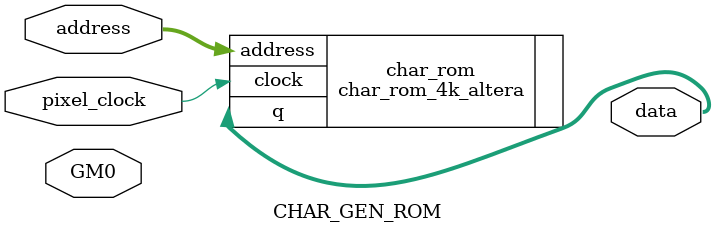
<source format=v>
module CHAR_GEN_ROM
(
	input        pixel_clock,
	input		 	 GM0,
	input [11:0] address,
	output [7:0] data
);

wire lcase_add = GM0 & !(address[11] | address[10] | address[9]);		// A[11:9] = char[7:5]  $00-$1F
// test only
//wire lcase_add = !(address[11] | address[10] | address[9]);		// A[11:9] = char[7:5]  $00-$1F

`ifdef LCASE

// 6847T1 Character generator
char_rom_4k_lcase_altera char_rom(
	.address({lcase_add,address}),				// lcase == select for lower case chars, which sit above normal font defs
	.clock(pixel_clock),
	.q(data)
);

`else

// Old character generator
char_rom_4k_altera char_rom(
	.address(address),
	.clock(pixel_clock),
	.q(data)
);

`endif

endmodule //CHAR_GEN_ROM

</source>
